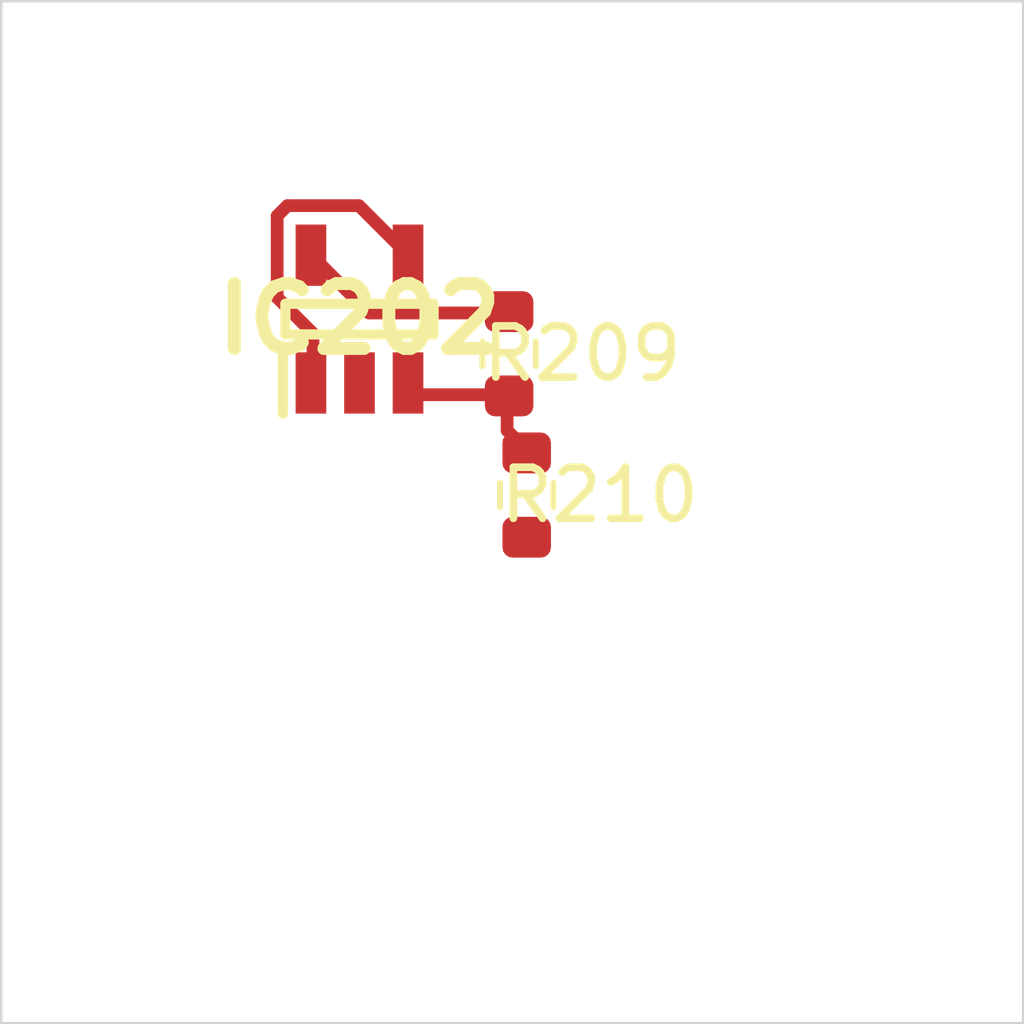
<source format=kicad_pcb>
 ( kicad_pcb  ( version 20171130 )
 ( host pcbnew 5.1.12-84ad8e8a86~92~ubuntu18.04.1 )
 ( general  ( thickness 1.6 )
 ( drawings 4 )
 ( tracks 0 )
 ( zones 0 )
 ( modules 3 )
 ( nets 5 )
)
 ( page A4 )
 ( layers  ( 0 F.Cu signal )
 ( 31 B.Cu signal )
 ( 32 B.Adhes user )
 ( 33 F.Adhes user )
 ( 34 B.Paste user )
 ( 35 F.Paste user )
 ( 36 B.SilkS user )
 ( 37 F.SilkS user )
 ( 38 B.Mask user )
 ( 39 F.Mask user )
 ( 40 Dwgs.User user )
 ( 41 Cmts.User user )
 ( 42 Eco1.User user )
 ( 43 Eco2.User user )
 ( 44 Edge.Cuts user )
 ( 45 Margin user )
 ( 46 B.CrtYd user )
 ( 47 F.CrtYd user )
 ( 48 B.Fab user )
 ( 49 F.Fab user )
)
 ( setup  ( last_trace_width 0.25 )
 ( trace_clearance 0.2 )
 ( zone_clearance 0.508 )
 ( zone_45_only no )
 ( trace_min 0.2 )
 ( via_size 0.8 )
 ( via_drill 0.4 )
 ( via_min_size 0.4 )
 ( via_min_drill 0.3 )
 ( uvia_size 0.3 )
 ( uvia_drill 0.1 )
 ( uvias_allowed no )
 ( uvia_min_size 0.2 )
 ( uvia_min_drill 0.1 )
 ( edge_width 0.05 )
 ( segment_width 0.2 )
 ( pcb_text_width 0.3 )
 ( pcb_text_size 1.5 1.5 )
 ( mod_edge_width 0.12 )
 ( mod_text_size 1 1 )
 ( mod_text_width 0.15 )
 ( pad_size 1.524 1.524 )
 ( pad_drill 0.762 )
 ( pad_to_mask_clearance 0 )
 ( aux_axis_origin 0 0 )
 ( visible_elements FFFFFF7F )
 ( pcbplotparams  ( layerselection 0x010fc_ffffffff )
 ( usegerberextensions false )
 ( usegerberattributes true )
 ( usegerberadvancedattributes true )
 ( creategerberjobfile true )
 ( excludeedgelayer true )
 ( linewidth 0.100000 )
 ( plotframeref false )
 ( viasonmask false )
 ( mode 1 )
 ( useauxorigin false )
 ( hpglpennumber 1 )
 ( hpglpenspeed 20 )
 ( hpglpendiameter 15.000000 )
 ( psnegative false )
 ( psa4output false )
 ( plotreference true )
 ( plotvalue true )
 ( plotinvisibletext false )
 ( padsonsilk false )
 ( subtractmaskfromsilk false )
 ( outputformat 1 )
 ( mirror false )
 ( drillshape 1 )
 ( scaleselection 1 )
 ( outputdirectory "" )
)
)
 ( net 0 "" )
 ( net 1 GND )
 ( net 2 VDDA )
 ( net 3 /Sheet6235D886/vp )
 ( net 4 "Net-(IC202-Pad3)" )
 ( net_class Default "This is the default net class."  ( clearance 0.2 )
 ( trace_width 0.25 )
 ( via_dia 0.8 )
 ( via_drill 0.4 )
 ( uvia_dia 0.3 )
 ( uvia_drill 0.1 )
 ( add_net /Sheet6235D886/vp )
 ( add_net GND )
 ( add_net "Net-(IC202-Pad3)" )
 ( add_net VDDA )
)
 ( module SOT95P280X145-5N locked  ( layer F.Cu )
 ( tedit 62336ED7 )
 ( tstamp 623423ED )
 ( at 87.010600 106.220000 90.000000 )
 ( descr DBV0005A )
 ( tags "Integrated Circuit" )
 ( path /6235D887/6266C08E )
 ( attr smd )
 ( fp_text reference IC202  ( at 0 0 )
 ( layer F.SilkS )
 ( effects  ( font  ( size 1.27 1.27 )
 ( thickness 0.254 )
)
)
)
 ( fp_text value TL071HIDBVR  ( at 0 0 )
 ( layer F.SilkS )
hide  ( effects  ( font  ( size 1.27 1.27 )
 ( thickness 0.254 )
)
)
)
 ( fp_line  ( start -1.85 -1.5 )
 ( end -0.65 -1.5 )
 ( layer F.SilkS )
 ( width 0.2 )
)
 ( fp_line  ( start -0.3 1.45 )
 ( end -0.3 -1.45 )
 ( layer F.SilkS )
 ( width 0.2 )
)
 ( fp_line  ( start 0.3 1.45 )
 ( end -0.3 1.45 )
 ( layer F.SilkS )
 ( width 0.2 )
)
 ( fp_line  ( start 0.3 -1.45 )
 ( end 0.3 1.45 )
 ( layer F.SilkS )
 ( width 0.2 )
)
 ( fp_line  ( start -0.3 -1.45 )
 ( end 0.3 -1.45 )
 ( layer F.SilkS )
 ( width 0.2 )
)
 ( fp_line  ( start -0.8 -0.5 )
 ( end 0.15 -1.45 )
 ( layer Dwgs.User )
 ( width 0.1 )
)
 ( fp_line  ( start -0.8 1.45 )
 ( end -0.8 -1.45 )
 ( layer Dwgs.User )
 ( width 0.1 )
)
 ( fp_line  ( start 0.8 1.45 )
 ( end -0.8 1.45 )
 ( layer Dwgs.User )
 ( width 0.1 )
)
 ( fp_line  ( start 0.8 -1.45 )
 ( end 0.8 1.45 )
 ( layer Dwgs.User )
 ( width 0.1 )
)
 ( fp_line  ( start -0.8 -1.45 )
 ( end 0.8 -1.45 )
 ( layer Dwgs.User )
 ( width 0.1 )
)
 ( fp_line  ( start -2.1 1.775 )
 ( end -2.1 -1.775 )
 ( layer Dwgs.User )
 ( width 0.05 )
)
 ( fp_line  ( start 2.1 1.775 )
 ( end -2.1 1.775 )
 ( layer Dwgs.User )
 ( width 0.05 )
)
 ( fp_line  ( start 2.1 -1.775 )
 ( end 2.1 1.775 )
 ( layer Dwgs.User )
 ( width 0.05 )
)
 ( fp_line  ( start -2.1 -1.775 )
 ( end 2.1 -1.775 )
 ( layer Dwgs.User )
 ( width 0.05 )
)
 ( pad 1 smd rect  ( at -1.25 -0.95 180.000000 )
 ( size 0.6 1.2 )
 ( layers F.Cu F.Mask F.Paste )
 ( net 3 /Sheet6235D886/vp )
)
 ( pad 2 smd rect  ( at -1.25 0 180.000000 )
 ( size 0.6 1.2 )
 ( layers F.Cu F.Mask F.Paste )
 ( net 1 GND )
)
 ( pad 3 smd rect  ( at -1.25 0.95 180.000000 )
 ( size 0.6 1.2 )
 ( layers F.Cu F.Mask F.Paste )
 ( net 4 "Net-(IC202-Pad3)" )
)
 ( pad 4 smd rect  ( at 1.25 0.95 180.000000 )
 ( size 0.6 1.2 )
 ( layers F.Cu F.Mask F.Paste )
 ( net 3 /Sheet6235D886/vp )
)
 ( pad 5 smd rect  ( at 1.25 -0.95 180.000000 )
 ( size 0.6 1.2 )
 ( layers F.Cu F.Mask F.Paste )
 ( net 2 VDDA )
)
)
 ( module Resistor_SMD:R_0603_1608Metric  ( layer F.Cu )
 ( tedit 5F68FEEE )
 ( tstamp 62342595 )
 ( at 89.939000 106.899000 270.000000 )
 ( descr "Resistor SMD 0603 (1608 Metric), square (rectangular) end terminal, IPC_7351 nominal, (Body size source: IPC-SM-782 page 72, https://www.pcb-3d.com/wordpress/wp-content/uploads/ipc-sm-782a_amendment_1_and_2.pdf), generated with kicad-footprint-generator" )
 ( tags resistor )
 ( path /6235D887/623CDBD9 )
 ( attr smd )
 ( fp_text reference R209  ( at 0 -1.43 )
 ( layer F.SilkS )
 ( effects  ( font  ( size 1 1 )
 ( thickness 0.15 )
)
)
)
 ( fp_text value 100k  ( at 0 1.43 )
 ( layer F.Fab )
 ( effects  ( font  ( size 1 1 )
 ( thickness 0.15 )
)
)
)
 ( fp_line  ( start -0.8 0.4125 )
 ( end -0.8 -0.4125 )
 ( layer F.Fab )
 ( width 0.1 )
)
 ( fp_line  ( start -0.8 -0.4125 )
 ( end 0.8 -0.4125 )
 ( layer F.Fab )
 ( width 0.1 )
)
 ( fp_line  ( start 0.8 -0.4125 )
 ( end 0.8 0.4125 )
 ( layer F.Fab )
 ( width 0.1 )
)
 ( fp_line  ( start 0.8 0.4125 )
 ( end -0.8 0.4125 )
 ( layer F.Fab )
 ( width 0.1 )
)
 ( fp_line  ( start -0.237258 -0.5225 )
 ( end 0.237258 -0.5225 )
 ( layer F.SilkS )
 ( width 0.12 )
)
 ( fp_line  ( start -0.237258 0.5225 )
 ( end 0.237258 0.5225 )
 ( layer F.SilkS )
 ( width 0.12 )
)
 ( fp_line  ( start -1.48 0.73 )
 ( end -1.48 -0.73 )
 ( layer F.CrtYd )
 ( width 0.05 )
)
 ( fp_line  ( start -1.48 -0.73 )
 ( end 1.48 -0.73 )
 ( layer F.CrtYd )
 ( width 0.05 )
)
 ( fp_line  ( start 1.48 -0.73 )
 ( end 1.48 0.73 )
 ( layer F.CrtYd )
 ( width 0.05 )
)
 ( fp_line  ( start 1.48 0.73 )
 ( end -1.48 0.73 )
 ( layer F.CrtYd )
 ( width 0.05 )
)
 ( fp_text user %R  ( at 0 0 )
 ( layer F.Fab )
 ( effects  ( font  ( size 0.4 0.4 )
 ( thickness 0.06 )
)
)
)
 ( pad 1 smd roundrect  ( at -0.825 0 270.000000 )
 ( size 0.8 0.95 )
 ( layers F.Cu F.Mask F.Paste )
 ( roundrect_rratio 0.25 )
 ( net 2 VDDA )
)
 ( pad 2 smd roundrect  ( at 0.825 0 270.000000 )
 ( size 0.8 0.95 )
 ( layers F.Cu F.Mask F.Paste )
 ( roundrect_rratio 0.25 )
 ( net 4 "Net-(IC202-Pad3)" )
)
 ( model ${KISYS3DMOD}/Resistor_SMD.3dshapes/R_0603_1608Metric.wrl  ( at  ( xyz 0 0 0 )
)
 ( scale  ( xyz 1 1 1 )
)
 ( rotate  ( xyz 0 0 0 )
)
)
)
 ( module Resistor_SMD:R_0603_1608Metric  ( layer F.Cu )
 ( tedit 5F68FEEE )
 ( tstamp 623425A6 )
 ( at 90.283000 109.664000 270.000000 )
 ( descr "Resistor SMD 0603 (1608 Metric), square (rectangular) end terminal, IPC_7351 nominal, (Body size source: IPC-SM-782 page 72, https://www.pcb-3d.com/wordpress/wp-content/uploads/ipc-sm-782a_amendment_1_and_2.pdf), generated with kicad-footprint-generator" )
 ( tags resistor )
 ( path /6235D887/623CDBDF )
 ( attr smd )
 ( fp_text reference R210  ( at 0 -1.43 )
 ( layer F.SilkS )
 ( effects  ( font  ( size 1 1 )
 ( thickness 0.15 )
)
)
)
 ( fp_text value 100k  ( at 0 1.43 )
 ( layer F.Fab )
 ( effects  ( font  ( size 1 1 )
 ( thickness 0.15 )
)
)
)
 ( fp_line  ( start 1.48 0.73 )
 ( end -1.48 0.73 )
 ( layer F.CrtYd )
 ( width 0.05 )
)
 ( fp_line  ( start 1.48 -0.73 )
 ( end 1.48 0.73 )
 ( layer F.CrtYd )
 ( width 0.05 )
)
 ( fp_line  ( start -1.48 -0.73 )
 ( end 1.48 -0.73 )
 ( layer F.CrtYd )
 ( width 0.05 )
)
 ( fp_line  ( start -1.48 0.73 )
 ( end -1.48 -0.73 )
 ( layer F.CrtYd )
 ( width 0.05 )
)
 ( fp_line  ( start -0.237258 0.5225 )
 ( end 0.237258 0.5225 )
 ( layer F.SilkS )
 ( width 0.12 )
)
 ( fp_line  ( start -0.237258 -0.5225 )
 ( end 0.237258 -0.5225 )
 ( layer F.SilkS )
 ( width 0.12 )
)
 ( fp_line  ( start 0.8 0.4125 )
 ( end -0.8 0.4125 )
 ( layer F.Fab )
 ( width 0.1 )
)
 ( fp_line  ( start 0.8 -0.4125 )
 ( end 0.8 0.4125 )
 ( layer F.Fab )
 ( width 0.1 )
)
 ( fp_line  ( start -0.8 -0.4125 )
 ( end 0.8 -0.4125 )
 ( layer F.Fab )
 ( width 0.1 )
)
 ( fp_line  ( start -0.8 0.4125 )
 ( end -0.8 -0.4125 )
 ( layer F.Fab )
 ( width 0.1 )
)
 ( fp_text user %R  ( at 0 0 )
 ( layer F.Fab )
 ( effects  ( font  ( size 0.4 0.4 )
 ( thickness 0.06 )
)
)
)
 ( pad 2 smd roundrect  ( at 0.825 0 270.000000 )
 ( size 0.8 0.95 )
 ( layers F.Cu F.Mask F.Paste )
 ( roundrect_rratio 0.25 )
 ( net 1 GND )
)
 ( pad 1 smd roundrect  ( at -0.825 0 270.000000 )
 ( size 0.8 0.95 )
 ( layers F.Cu F.Mask F.Paste )
 ( roundrect_rratio 0.25 )
 ( net 4 "Net-(IC202-Pad3)" )
)
 ( model ${KISYS3DMOD}/Resistor_SMD.3dshapes/R_0603_1608Metric.wrl  ( at  ( xyz 0 0 0 )
)
 ( scale  ( xyz 1 1 1 )
)
 ( rotate  ( xyz 0 0 0 )
)
)
)
 ( gr_line  ( start 100 100 )
 ( end 100 120 )
 ( layer Edge.Cuts )
 ( width 0.05 )
 ( tstamp 62E770C4 )
)
 ( gr_line  ( start 80 120 )
 ( end 100 120 )
 ( layer Edge.Cuts )
 ( width 0.05 )
 ( tstamp 62E770C0 )
)
 ( gr_line  ( start 80 100 )
 ( end 100 100 )
 ( layer Edge.Cuts )
 ( width 0.05 )
 ( tstamp 6234110C )
)
 ( gr_line  ( start 80 100 )
 ( end 80 120 )
 ( layer Edge.Cuts )
 ( width 0.05 )
)
 ( segment  ( start 89.900001 106.100002 )
 ( end 87.200001 106.100002 )
 ( width 0.250000 )
 ( layer F.Cu )
 ( net 2 )
)
 ( segment  ( start 87.200001 106.100002 )
 ( end 86.100001 105.000002 )
 ( width 0.250000 )
 ( layer F.Cu )
 ( net 2 )
)
 ( segment  ( start 88.000001 105.000002 )
 ( end 87.000001 104.000002 )
 ( width 0.250000 )
 ( layer F.Cu )
 ( net 3 )
)
 ( segment  ( start 87.000001 104.000002 )
 ( end 85.600001 104.000002 )
 ( width 0.250000 )
 ( layer F.Cu )
 ( net 3 )
)
 ( segment  ( start 85.600001 104.000002 )
 ( end 85.400001 104.200002 )
 ( width 0.250000 )
 ( layer F.Cu )
 ( net 3 )
)
 ( segment  ( start 85.400001 104.200002 )
 ( end 85.400001 105.800002 )
 ( width 0.250000 )
 ( layer F.Cu )
 ( net 3 )
)
 ( segment  ( start 85.400001 105.800002 )
 ( end 86.100001 106.500002 )
 ( width 0.250000 )
 ( layer F.Cu )
 ( net 3 )
)
 ( segment  ( start 86.100001 106.500002 )
 ( end 86.100001 107.500002 )
 ( width 0.250000 )
 ( layer F.Cu )
 ( net 3 )
)
 ( segment  ( start 89.900001 107.700002 )
 ( end 88.200001 107.700002 )
 ( width 0.250000 )
 ( layer F.Cu )
 ( net 4 )
)
 ( segment  ( start 88.200001 107.700002 )
 ( end 88.000001 107.500002 )
 ( width 0.250000 )
 ( layer F.Cu )
 ( net 4 )
)
 ( segment  ( start 90.300001 108.800002 )
 ( end 89.900001 108.400002 )
 ( width 0.250000 )
 ( layer F.Cu )
 ( net 4 )
)
 ( segment  ( start 89.900001 108.400002 )
 ( end 89.900001 107.700002 )
 ( width 0.250000 )
 ( layer F.Cu )
 ( net 4 )
)
)

</source>
